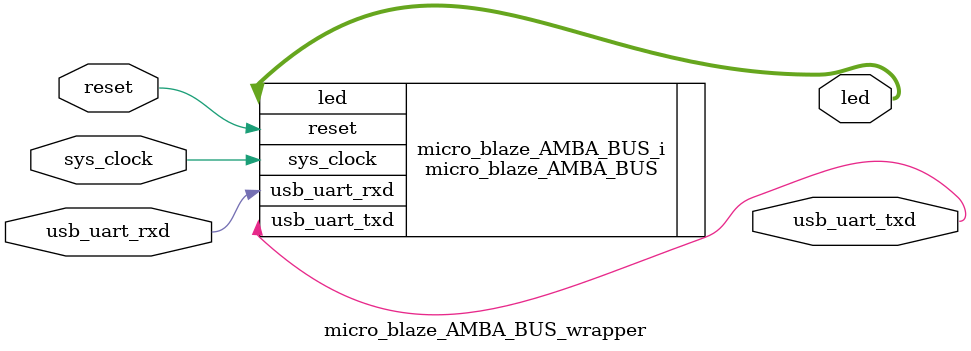
<source format=v>
`timescale 1 ps / 1 ps

module micro_blaze_AMBA_BUS_wrapper
   (led,
    reset,
    sys_clock,
    usb_uart_rxd,
    usb_uart_txd);
  output [15:0]led;
  input reset;
  input sys_clock;
  input usb_uart_rxd;
  output usb_uart_txd;

  wire [15:0]led;
  wire reset;
  wire sys_clock;
  wire usb_uart_rxd;
  wire usb_uart_txd;

  micro_blaze_AMBA_BUS micro_blaze_AMBA_BUS_i
       (.led(led),
        .reset(reset),
        .sys_clock(sys_clock),
        .usb_uart_rxd(usb_uart_rxd),
        .usb_uart_txd(usb_uart_txd));
endmodule

</source>
